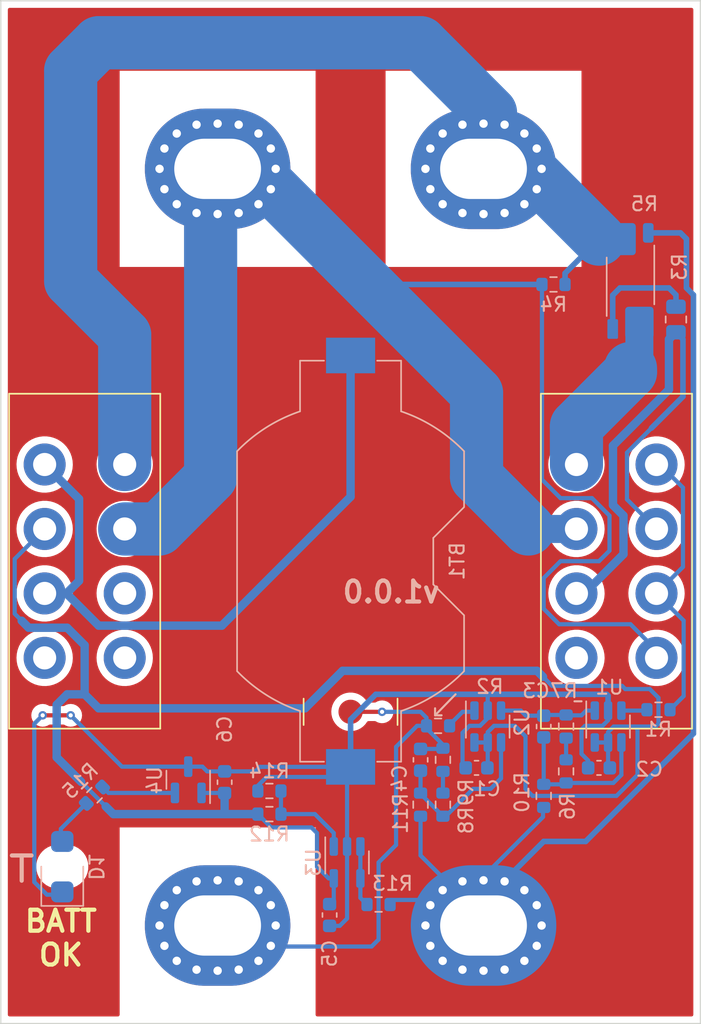
<source format=kicad_pcb>
(kicad_pcb (version 20211014) (generator pcbnew)

  (general
    (thickness 1.6)
  )

  (paper "A4")
  (layers
    (0 "F.Cu" signal)
    (31 "B.Cu" signal)
    (32 "B.Adhes" user "B.Adhesive")
    (33 "F.Adhes" user "F.Adhesive")
    (34 "B.Paste" user)
    (35 "F.Paste" user)
    (36 "B.SilkS" user "B.Silkscreen")
    (37 "F.SilkS" user "F.Silkscreen")
    (38 "B.Mask" user)
    (39 "F.Mask" user)
    (40 "Dwgs.User" user "User.Drawings")
    (41 "Cmts.User" user "User.Comments")
    (42 "Eco1.User" user "User.Eco1")
    (43 "Eco2.User" user "User.Eco2")
    (44 "Edge.Cuts" user)
    (45 "Margin" user)
    (46 "B.CrtYd" user "B.Courtyard")
    (47 "F.CrtYd" user "F.Courtyard")
    (48 "B.Fab" user)
    (49 "F.Fab" user)
    (50 "User.1" user)
    (51 "User.2" user)
    (52 "User.3" user)
    (53 "User.4" user)
    (54 "User.5" user)
    (55 "User.6" user)
    (56 "User.7" user)
    (57 "User.8" user)
    (58 "User.9" user)
  )

  (setup
    (stackup
      (layer "F.SilkS" (type "Top Silk Screen"))
      (layer "F.Paste" (type "Top Solder Paste"))
      (layer "F.Mask" (type "Top Solder Mask") (thickness 0.01))
      (layer "F.Cu" (type "copper") (thickness 0.035))
      (layer "dielectric 1" (type "core") (thickness 1.51) (material "FR4") (epsilon_r 4.5) (loss_tangent 0.02))
      (layer "B.Cu" (type "copper") (thickness 0.035))
      (layer "B.Mask" (type "Bottom Solder Mask") (thickness 0.01))
      (layer "B.Paste" (type "Bottom Solder Paste"))
      (layer "B.SilkS" (type "Bottom Silk Screen"))
      (copper_finish "None")
      (dielectric_constraints no)
    )
    (pad_to_mask_clearance 0)
    (pcbplotparams
      (layerselection 0x00010fc_ffffffff)
      (disableapertmacros false)
      (usegerberextensions true)
      (usegerberattributes true)
      (usegerberadvancedattributes true)
      (creategerberjobfile false)
      (svguseinch false)
      (svgprecision 6)
      (excludeedgelayer true)
      (plotframeref false)
      (viasonmask false)
      (mode 1)
      (useauxorigin false)
      (hpglpennumber 1)
      (hpglpenspeed 20)
      (hpglpendiameter 15.000000)
      (dxfpolygonmode true)
      (dxfimperialunits true)
      (dxfusepcbnewfont true)
      (psnegative false)
      (psa4output false)
      (plotreference true)
      (plotvalue true)
      (plotinvisibletext false)
      (sketchpadsonfab false)
      (subtractmaskfromsilk false)
      (outputformat 1)
      (mirror false)
      (drillshape 0)
      (scaleselection 1)
      (outputdirectory "gerber/")
    )
  )

  (net 0 "")
  (net 1 "Net-(BT1-Pad1)")
  (net 2 "VSS")
  (net 3 "VDD")
  (net 4 "Net-(C3-Pad1)")
  (net 5 "GND")
  (net 6 "Net-(C3-Pad2)")
  (net 7 "Net-(C4-Pad1)")
  (net 8 "Net-(C4-Pad2)")
  (net 9 "Net-(D1-Pad2)")
  (net 10 "Net-(H1-Pad1)")
  (net 11 "Net-(H3-Pad1)")
  (net 12 "Net-(R1-Pad1)")
  (net 13 "Net-(R1-Pad2)")
  (net 14 "Net-(R2-Pad1)")
  (net 15 "Net-(R3-Pad1)")
  (net 16 "Net-(R3-Pad2)")
  (net 17 "Net-(R5-Pad1)")
  (net 18 "Net-(R6-Pad2)")
  (net 19 "Net-(R8-Pad2)")
  (net 20 "Net-(R12-Pad2)")
  (net 21 "Net-(R13-Pad1)")
  (net 22 "Net-(R15-Pad1)")
  (net 23 "unconnected-(SW1-Pad4A)")
  (net 24 "unconnected-(SW2-Pad3B)")
  (net 25 "unconnected-(SW2-Pad4A)")
  (net 26 "unconnected-(SW2-Pad4B)")

  (footprint "MountingHole:MountingHole_4.3x6.2mm_M4_Pad_Via" (layer "F.Cu") (at 30.5 80))

  (footprint "Connector_Coaxial:SMA_Amphenol_132134-10_Vertical" (layer "F.Cu") (at 40 64.75 180))

  (footprint "shimatta_artwork:shimatta_kanji_20mm_solder_mask" (layer "F.Cu") (at 40 37.7))

  (footprint "MountingHole:MountingHole_4.3x6.2mm_M4_Pad_Via" (layer "F.Cu") (at 49.5 26))

  (footprint "MountingHole:MountingHole_4.3x6.2mm_M4_Pad_Via" (layer "F.Cu") (at 30.5 26))

  (footprint "MountingHole:MountingHole_4.3x6.2mm_M4_Pad_Via" (layer "F.Cu") (at 49.5 80))

  (footprint "shimatta_switch:C&K-L203011MS02Q" (layer "F.Cu") (at 59 54))

  (footprint "shimatta_switch:C&K-L203011MS02Q" (layer "F.Cu") (at 21 54))

  (footprint "Capacitor_SMD:C_0603_1608Metric" (layer "B.Cu") (at 45 68.175 90))

  (footprint "Resistor_SMD:R_0603_1608Metric" (layer "B.Cu") (at 46.25 65.75 180))

  (footprint "Resistor_SMD:R_0603_1608Metric" (layer "B.Cu") (at 46.6 68.175 90))

  (footprint "Resistor_SMD:R_0603_1608Metric" (layer "B.Cu") (at 62 64.6 180))

  (footprint "Capacitor_SMD:C_0603_1608Metric" (layer "B.Cu") (at 57.75 68.75))

  (footprint "Resistor_SMD:R_0603_1608Metric" (layer "B.Cu") (at 21.7 70.7 -135))

  (footprint "Package_TO_SOT_SMD:SOT-23-6" (layer "B.Cu") (at 49.8 65.8 -90))

  (footprint "Resistor_SMD:R_0603_1608Metric" (layer "B.Cu") (at 54.5 34.25))

  (footprint "Resistor_SMD:R_0603_1608Metric" (layer "B.Cu") (at 34.2 72.05))

  (footprint "Package_TO_SOT_SMD:SOT-23" (layer "B.Cu") (at 28.4 69.6 90))

  (footprint "Battery:BatteryHolder_Keystone_1058_1x2032" (layer "B.Cu") (at 40 54 -90))

  (footprint "Package_TO_SOT_SMD:SOT-23-5" (layer "B.Cu") (at 39.75 75.5 -90))

  (footprint "Capacitor_SMD:C_0603_1608Metric" (layer "B.Cu") (at 38.5 79.25 90))

  (footprint "Resistor_SMD:R_0603_1608Metric" (layer "B.Cu") (at 42 78.5))

  (footprint "Resistor_SMD:R_0603_1608Metric" (layer "B.Cu") (at 46.6 71.375 90))

  (footprint "shimatta_led:APTR3216SURCK" (layer "B.Cu") (at 19.4 75.8 90))

  (footprint "Capacitor_SMD:C_0603_1608Metric" (layer "B.Cu") (at 49 68.75))

  (footprint "Package_TO_SOT_SMD:SOT-23-6" (layer "B.Cu") (at 58.4 65.8 -90))

  (footprint "Resistor_SMD:R_0603_1608Metric" (layer "B.Cu") (at 55.4 69 90))

  (footprint "Resistor_SMD:R_0805_2012Metric" (layer "B.Cu") (at 63.25 36.75 -90))

  (footprint "Capacitor_SMD:C_0603_1608Metric" (layer "B.Cu") (at 53.8 65.8 90))

  (footprint "Resistor_SMD:R_0603_1608Metric" (layer "B.Cu") (at 53.8 70.75 -90))

  (footprint "Resistor_SMD:R_Shunt_Vishay_WSK2512_6332Metric_T1.19mm" (layer "B.Cu") (at 60 34 90))

  (footprint "Capacitor_SMD:C_0603_1608Metric" (layer "B.Cu") (at 31 69.775 90))

  (footprint "Resistor_SMD:R_0603_1608Metric" (layer "B.Cu") (at 45 71.375 -90))

  (footprint "Resistor_SMD:R_0603_1608Metric" (layer "B.Cu") (at 55.4 65.8 90))

  (footprint "Resistor_SMD:R_0603_1608Metric" (layer "B.Cu") (at 34.2 70.4 180))

  (gr_line (start 46.037258 65) (end 46.5 65) (layer "B.SilkS") (width 0.15) (tstamp 105ed225-d2ba-4509-9309-99d7ecc700a8))
  (gr_line (start 16.5 75) (end 16.5 76.8) (layer "B.SilkS") (width 0.3) (tstamp 18f7d29c-1b1c-4f73-999c-addc0bd2444e))
  (gr_line (start 15.8 75) (end 17.2 75) (layer "B.SilkS") (width 0.3) (tstamp 43b35617-a272-4ead-b714-94cb5579f0e5))
  (gr_line (start 46.5 65) (end 46.268629 65) (layer "B.SilkS") (width 0.15) (tstamp 62bf9690-61e9-4fef-b65d-993d5f80185d))
  (gr_line (start 56 64) (end 56.5 64) (layer "B.SilkS") (width 0.15) (tstamp c9205131-199a-4e79-9702-7bd3861c6551))
  (gr_line (start 46.037258 65) (end 46.037258 64.5) (layer "B.SilkS") (width 0.15) (tstamp d2387ece-4bb9-48ea-a26f-309ffeb91cbe))
  (gr_line (start 47.5 63.5) (end 46.037258 65) (layer "B.SilkS") (width 0.15) (tstamp fbe9419b-ca9d-4f0b-a876-589ed2ec705b))
  (gr_line (start 15 87) (end 15 14) (layer "Edge.Cuts") (width 0.1) (tstamp 020a039c-4d1c-4b3a-8f11-44d465fdd578))
  (gr_line (start 65 87) (end 15 87) (layer "Edge.Cuts") (width 0.1) (tstamp 1c5d2c83-b7a7-4d86-881b-4cacaacaa21e))
  (gr_line (start 65 14) (end 65 87) (layer "Edge.Cuts") (width 0.1) (tstamp 4a032da2-2dc4-43d0-a71a-9ec95f3ce7b0))
  (gr_line (start 15 14) (end 65 14) (layer "Edge.Cuts") (width 0.1) (tstamp a53a05ef-7a7f-442b-9b98-cbea554b3aab))
  (gr_text "v1.0.0" (at 42.9 56.2) (layer "B.SilkS") (tstamp aa3fd807-a997-45e8-9de8-08a8488c21e3)
    (effects (font (size 1.5 1.5) (thickness 0.3)) (justify mirror))
  )
  (gr_text "BATT\nOK" (at 19.3 80.9) (layer "F.SilkS") (tstamp a8f5b71e-aef7-4a69-a747-a6b1fb10fc72)
    (effects (font (size 1.5 1.5) (thickness 0.3)))
  )
  (gr_text "+ Voltage Output -" (at 40 70.5) (layer "F.Mask") (tstamp 16b75e60-5672-408c-b647-c22d1033df36)
    (effects (font (size 2.5 2.5) (thickness 0.5)))
  )
  (gr_text "ON" (at 27.5 54) (layer "F.Mask") (tstamp 178610de-ae18-4315-a138-a57325f66a54)
    (effects (font (size 1.5 1.5) (thickness 0.3)) (justify left))
  )
  (gr_text "1mV/mA 10m" (at 37 49.5) (layer "F.Mask") (tstamp 289668e5-2546-4463-a814-61e7af387dd7)
    (effects (font (size 1.4 1.5) (thickness 0.3)) (justify left))
  )
  (gr_text "1mV/µA 10R" (at 37 54) (layer "F.Mask") (tstamp 40b59eee-ddd0-45d4-8cf3-eb8a83b8569d)
    (effects (font (size 1.4 1.5) (thickness 0.3)) (justify left))
  )
  (gr_text "SHORT" (at 27.5 49.5) (layer "F.Mask") (tstamp 450fbc37-861b-4a8e-b445-57a5491fbaa4)
    (effects (font (size 1.5 1.5) (thickness 0.3)) (justify left))
  )
  (gr_text "+ Current Input -" (at 40 16.5) (layer "F.Mask") (tstamp 7504c2e2-958a-4bb0-9b8c-117705a29b74)
    (effects (font (size 2.5 2.5) (thickness 0.5)))
  )
  (gr_text "1mV/nA 10k" (at 37 58.5) (layer "F.Mask") (tstamp 95deba89-a38e-4c0a-9503-52c246521295)
    (effects (font (size 1.4 1.5) (thickness 0.3)) (justify left))
  )
  (gr_text "OFF" (at 27.5 58.5) (layer "F.Mask") (tstamp d5442e10-f3c0-46e2-ad62-013bcbbbe95a)
    (effects (font (size 1.5 1.5) (thickness 0.3)) (justify left))
  )

  (segment (start 40 49.4) (end 30.8 58.6) (width 0.6) (layer "B.Cu") (net 1) (tstamp 618ffc81-4834-422e-817b-3ed2b5dbe694))
  (segment (start 40 39.32) (end 40 49.4) (width 0.6) (layer "B.Cu") (net 1) (tstamp 64a270e7-5355-4e41-8d77-2a19f46c48f1))
  (segment (start 20.6 49.56) (end 18.14 47.1) (width 0.6) (layer "B.Cu") (net 1) (tstamp 88375c93-5d16-45ca-8404-a1532c784348))
  (segment (start 20.6 55.4) (end 20.6 49.56) (width 0.6) (layer "B.Cu") (net 1) (tstamp 8a0ec3ae-7df6-4dae-bd41-ab5658a9c5da))
  (segment (start 22 58.6) (end 19.7 56.3) (width 0.6) (layer "B.Cu") (net 1) (tstamp 8bbbc726-725d-491f-b262-1d3fbf8d7d24))
  (segment (start 19.7 56.3) (end 20.6 55.4) (width 0.6) (layer "B.Cu") (net 1) (tstamp 8ec6ee64-aa41-49f3-83f3-7d4f60b06648))
  (segment (start 30.8 58.6) (end 22 58.6) (width 0.6) (layer "B.Cu") (net 1) (tstamp a28665ae-2961-4f59-ab3f-5c3f6e6d4748))
  (segment (start 18.14 56.3) (end 19.7 56.3) (width 0.6) (layer "B.Cu") (net 1) (tstamp b63c3b41-d28e-4542-94f9-7154cf55d0cd))
  (segment (start 18 65) (end 20 65) (width 0.3) (layer "F.Cu") (net 2) (tstamp 476bed2a-5775-44b5-a382-7ba34b846548))
  (via (at 18 65) (size 0.6) (drill 0.3) (layers "F.Cu" "B.Cu") (net 2) (tstamp c139060d-d7eb-4919-b488-e485cf5f2747))
  (via (at 20 65) (size 0.6) (drill 0.3) (layers "F.Cu" "B.Cu") (net 2) (tstamp c3e8859e-8488-4180-a80a-bb99d408f6f2))
  (segment (start 48.225 68.75) (end 48 68.525) (width 0.3) (layer "B.Cu") (net 2) (tstamp 05af7c7f-6a7b-4d54-a9a2-aec1daa961c3))
  (segment (start 39.225 80.025) (end 39.75 79.5) (width 0.3) (layer "B.Cu") (net 2) (tstamp 12cca0aa-c230-411c-9ea7-3d035eb9ba11))
  (segment (start 49.25 65.75) (end 49.8 65.2) (width 0.3) (layer "B.Cu") (net 2) (tstamp 1c310b49-7425-4c27-9aa7-529e9f3953c6))
  (segment (start 58 65.75) (end 58.4 65.35) (width 0.3) (layer "B.Cu") (net 2) (tstamp 2002b91e-362b-4f3b-b47e-a6eaa5d6a67b))
  (segment (start 56.5 67.75) (end 56.5 66) (width 0.3) (layer "B.Cu") (net 2) (tstamp 350cecb0-6cfa-4ed5-a431-9e6d41bf5293))
  (segment (start 56.975 68.225) (end 56.5 67.75) (width 0.3) (layer "B.Cu") (net 2) (tstamp 3ddc82e7-9086-4063-a52a-ccaf1db3c3d4))
  (segment (start 49.8 65.2) (end 49.8 64.6625) (width 0.3) (layer "B.Cu") (net 2) (tstamp 4e9a895b-bbd8-44c6-a82f-cf84fd43c397))
  (segment (start 18 65) (end 17.4 65.6) (width 0.3) (layer "B.Cu") (net 2) (tstamp 5543859a-f028-4ae5-b8e4-acb5660d4932))
  (segment (start 17.4 65.6) (end 17.4 76.9) (width 0.3) (layer "B.Cu") (net 2) (tstamp 62f51945-88a9-415c-9c66-4bccf26a9311))
  (segment (start 33.375 70.025) (end 34 69.4) (width 0.3) (layer "B.Cu") (net 2) (tstamp 6597e687-fef1-4c59-9ed4-07bc263d943a))
  (segment (start 41.8 63.5) (end 40 65.3) (width 0.4) (layer "B.Cu") (net 2) (tstamp 6a642011-0db7-441b-a8f4-2a446432644e))
  (segment (start 29.4125 68.6625) (end 29.75 69) (width 0.3) (layer "B.Cu") (net 2) (tstamp 6e17ada8-b767-4f70-82c5-2718051b9191))
  (segment (start 58.3 63.5) (end 58.4 63.6) (width 0.4) (layer "B.Cu") (net 2) (tstamp 7f216030-063d-4b72-949b-67a5a67bb285))
  (segment (start 48 68.525) (end 48 66.25) (width 0.3) (layer "B.Cu") (net 2) (tstamp 81029990-970c-4d54-a052-16e3f6c75322))
  (segment (start 48.5 65.75) (end 49.25 65.75) (width 0.3) (layer "B.Cu") (net 2) (tstamp 82b27132-ebac-4a14-a73b-517eee015308))
  (segment (start 58.4 63.6) (end 58.4 64.6625) (width 0.4) (layer "B.Cu") (net 2) (tstamp 83506741-3ba7-4606-8dab-2f0b29045e1a))
  (segment (start 39.75 68.93) (end 40 68.68) (width 0.3) (layer "B.Cu") (net 2) (tstamp 83e791a9-1d8b-4bad-8083-55befe2bdc44))
  (segment (start 23.6625 68.6625) (end 28.4 68.6625) (width 0.3) (layer "B.Cu") (net 2) (tstamp 96e0f30e-fc4c-499e-b753-c2b13dc14a9e))
  (segment (start 33.52 68.68) (end 40 68.68) (width 0.3) (layer "B.Cu") (net 2) (tstamp 9a741906-5d65-40f7-8651-82ff45e43837))
  (segment (start 56.975 68.75) (end 56.975 68.225) (width 0.3) (layer "B.Cu") (net 2) (tstamp 9c631bea-6937-489b-899f-0b40faca8593))
  (segment (start 56.75 65.75) (end 58 65.75) (width 0.3) (layer "B.Cu") (net 2) (tstamp ad66bb5c-3625-4e00-b056-d9105ce9b869))
  (segment (start 39.28 69.4) (end 40 68.68) (width 0.3) (layer "B.Cu") (net 2) (tstamp ad7c48ff-7a06-4117-b0d1-66562ecd0b64))
  (segment (start 39.75 79.5) (end 39.75 74.3625) (width 0.3) (layer "B.Cu") (net 2) (tstamp afea03a4-5d2d-4cb9-a9f7-57772f8d7894))
  (segment (start 20 65) (end 23.6625 68.6625) (width 0.3) (layer "B.Cu") (net 2) (tstamp b00c83a3-79aa-4247-8505-94821f01b2df))
  (segment (start 49.75 63.5) (end 58.3 63.5) (width 0.4) (layer "B.Cu") (net 2) (tstamp b3ca9f86-6580-44e3-8a8c-8623a246af1f))
  (segment (start 40 65.3) (end 40 68.68) (width 0.4) (layer "B.Cu") (net 2) (tstamp b7c985b4-4902-4471-93c2-1493a90528a1))
  (segment (start 18.3 77.8) (end 19.3 77.8) (width 0.3) (layer "B.Cu") (net 2) (tstamp c0ca8a3e-b5ef-4c67-8686-128df35308f4))
  (segment (start 33.375 70.4) (end 33.375 70.025) (width 0.3) (layer "B.Cu") (net 2) (tstamp c2354405-e9b5-4748-a2de-5889efa1cc3a))
  (segment (start 33.375 68.825) (end 33.52 68.68) (width 0.3) (layer "B.Cu") (net 2) (tstamp c36d1056-d200-485b-b302-7c94e1bf6f26))
  (segment (start 56.5 66) (end 56.75 65.75) (width 0.3) (layer "B.Cu") (net 2) (tstamp ca613e11-21c1-4c1b-be94-c9281d200d16))
  (segment (start 39.75 74.3625) (end 39.75 71.65) (width 0.3) (layer "B.Cu") (net 2) (tstamp ce76ad98-c385-44e6-afe7-125be40357db))
  (segment (start 31 69) (end 33.2 69) (width 0.3) (layer "B.Cu") (net 2) (tstamp ce77e2ad-ef6e-445a-97be-6cdf9f0b64b0))
  (segment (start 58.4 65.35) (end 58.4 64.6625) (width 0.3) (layer "B.Cu") (net 2) (tstamp d3458752-ffee-43e8-bf6b-d89d55941673))
  (segment (start 49.8 63.55) (end 49.8 64.6625) (width 0.3) (layer "B.Cu") (net 2) (tstamp d3a84bc1-8e79-4049-bdd4-e0a9cd214b07))
  (segment (start 17.4 76.9) (end 18.3 77.8) (width 0.3) (layer "B.Cu") (net 2) (tstamp d6997989-0d08-4e76-beb7-db066a8b3f84))
  (segment (start 28.4 68.6625) (end 29.4125 68.6625) (width 0.3) (layer "B.Cu") (net 2) (tstamp d9385e35-3479-4b47-bcc4-e28d3d824c49))
  (segment (start 48 66.25) (end 48.5 65.75) (width 0.3) (layer "B.Cu") (net 2) (tstamp ddbab8b1-1552-41a7-ad27-3187eac143e5))
  (segment (start 33.2 69) (end 33.375 68.825) (width 0.3) (layer "B.Cu") (net 2) (tstamp e3f1ee6c-b280-43e8-ad68-99d0a1a190bc))
  (segment (start 49.75 63.5) (end 41.8 63.5) (width 0.4) (layer "B.Cu") (net 2) (tstamp e6d5f987-81b0-4ed4-b014-b04536907f61))
  (segment (start 49.75 63.5) (end 49.8 63.55) (width 0.3) (layer "B.Cu") (net 2) (tstamp ec0bdcf4-90a8-442c-912c-4b792a33ebe2))
  (segment (start 39.75 71.65) (end 39.75 68.93) (width 0.3) (layer "B.Cu") (net 2) (tstamp f392fc1b-c595-48f4-89a6-a46a11219323))
  (segment (start 29.75 69) (end 31 69) (width 0.3) (layer "B.Cu") (net 2) (tstamp f737766a-c42c-49a2-9434-7caeb52df4e9))
  (segment (start 38.5 80.025) (end 39.225 80.025) (width 0.3) (layer "B.Cu") (net 2) (tstamp f873ec57-1cbe-4682-9cb5-7df2afb5e8ec))
  (segment (start 34 69.4) (end 39.28 69.4) (width 0.3) (layer "B.Cu") (net 2) (tstamp f9c90662-f1e9-449a-8fa6-eadff1ff62f6))
  (segment (start 36.75 64.5) (end 22 64.5) (width 0.6) (layer "B.Cu") (net 3) (tstamp 00d0cbb9-14ce-48de-bfd3-3bc003352b18))
  (segment (start 58.8 65.8) (end 60.3 65.8) (width 0.3) (layer "B.Cu") (net 3) (tstamp 03a8a297-4490-43b7-9735-af94badf4034))
  (segment (start 16 53.84) (end 16 57.75) (width 0.3) (layer "B.Cu") (net 3) (tstamp 063a6c67-86fe-4019-a0a2-579c97e1eb83))
  (segment (start 17 58.75) (end 19.75 58.75) (width 0.6) (layer "B.Cu") (net 3) (tstamp 078a3a70-d5fa-433c-877c-79ba62ad0f7a))
  (segment (start 59.625 63.125) (end 61.375 63.125) (width 0.3) (layer "B.Cu") (net 3) (tstamp 0ab523da-c398-4185-b12b-b4d27c952e3e))
  (segment (start 50.25 65.75) (end 51.75 65.75) (width 0.3) (layer "B.Cu") (net 3) (tstamp 0df1c1d7-22ca-49bd-a055-48d1ea656594))
  (segment (start 54.4 62.9) (end 59.4 62.9) (width 0.3) (layer "B.Cu") (net 3) (tstamp 1085bd4c-f2d0-4ef5-9551-9fc3b432abbb))
  (segment (start 23.05 72.05) (end 31.15 72.05) (width 0.3) (layer "B.Cu") (net 3) (tstamp 13b1c98f-e43e-463d-9602-a909fe0327ea))
  (segment (start 33.375 72.05) (end 34.325 73) (width 0.3) (layer "B.Cu") (net 3) (tstamp 16d4fa49-f329-4d98-b8c1-6ab45a64af6a))
  (segment (start 53.75 62.25) (end 53.325 61.825) (width 0.6) (layer "B.Cu") (net 3) (tstamp 1b1f341c-a71d-4747-9556-385ca5c866e7))
  (segment (start 38.8 78.175) (end 38.5 78.475) (width 0.3) (layer "B.Cu") (net 3) (tstamp
... [132709 chars truncated]
</source>
